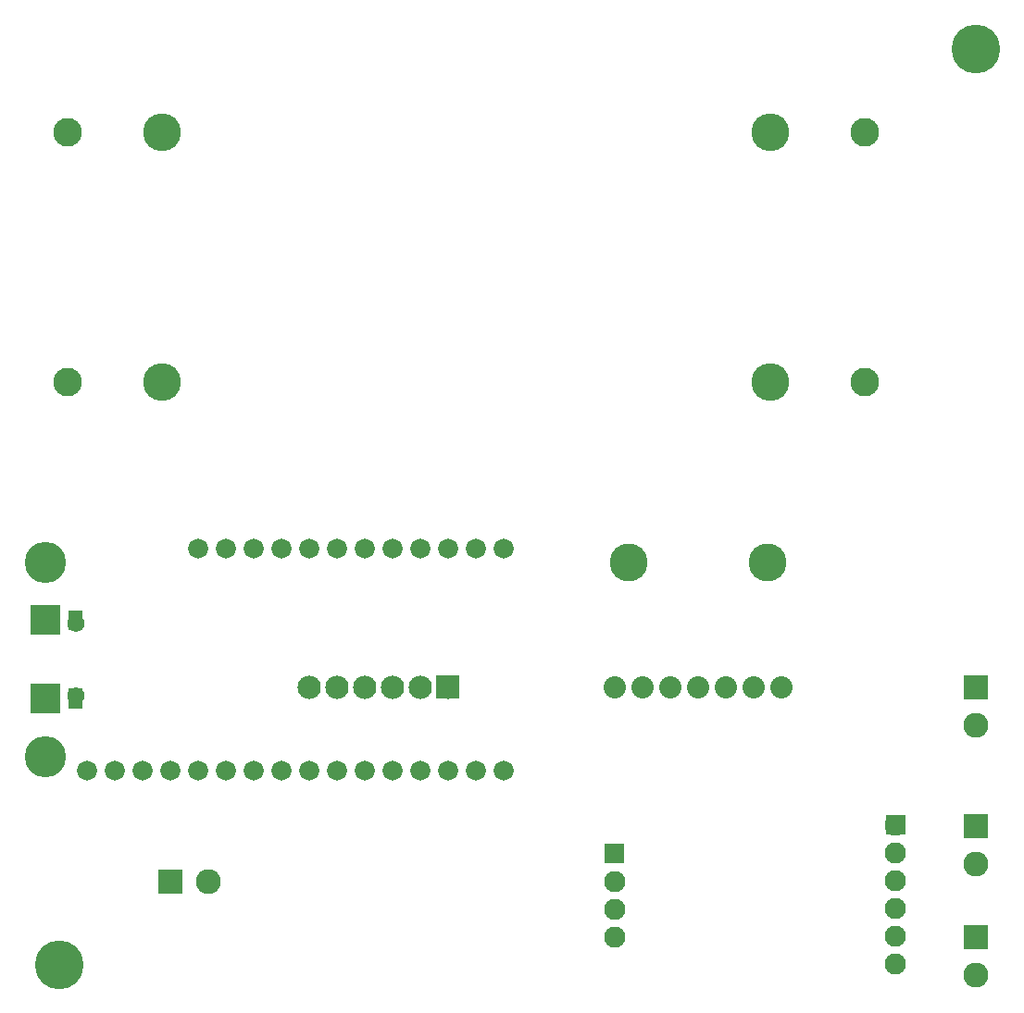
<source format=gbs>
G04 MADE WITH FRITZING*
G04 WWW.FRITZING.ORG*
G04 DOUBLE SIDED*
G04 HOLES PLATED*
G04 CONTOUR ON CENTER OF CONTOUR VECTOR*
%ASAXBY*%
%FSLAX23Y23*%
%MOIN*%
%OFA0B0*%
%SFA1.0B1.0*%
%ADD10C,0.076555*%
%ADD11C,0.059194*%
%ADD12C,0.084000*%
%ADD13C,0.136614*%
%ADD14C,0.080000*%
%ADD15C,0.090000*%
%ADD16C,0.103000*%
%ADD17C,0.136000*%
%ADD18C,0.148425*%
%ADD19C,0.105000*%
%ADD20C,0.061496*%
%ADD21C,0.072000*%
%ADD22C,0.175354*%
%ADD23R,0.090000X0.090000*%
%ADD24R,0.105000X0.105000*%
%ADD25R,0.001000X0.001000*%
%LNMASK0*%
G90*
G70*
G54D10*
X3247Y575D03*
X3247Y475D03*
X3247Y375D03*
X3247Y275D03*
X3247Y175D03*
X3247Y675D03*
X2235Y473D03*
X2235Y373D03*
G54D11*
X2235Y573D03*
G54D10*
X2235Y273D03*
X3247Y575D03*
X3247Y475D03*
X3247Y375D03*
X3247Y275D03*
X3247Y175D03*
X3247Y675D03*
X2235Y473D03*
X2235Y373D03*
G54D11*
X2235Y573D03*
G54D10*
X2235Y273D03*
G54D12*
X1635Y1173D03*
X1535Y1173D03*
X1435Y1173D03*
X1335Y1173D03*
X1235Y1173D03*
X1135Y1173D03*
X1635Y1173D03*
X1535Y1173D03*
X1435Y1173D03*
X1335Y1173D03*
X1235Y1173D03*
X1135Y1173D03*
X1635Y1173D03*
X1535Y1173D03*
X1435Y1173D03*
X1335Y1173D03*
X1235Y1173D03*
X1135Y1173D03*
G54D13*
X2785Y1623D03*
G54D14*
X2235Y1173D03*
X2335Y1173D03*
X2435Y1173D03*
X2535Y1173D03*
X2635Y1173D03*
X2735Y1173D03*
X2835Y1173D03*
G54D13*
X2285Y1623D03*
G54D15*
X3535Y273D03*
X3535Y135D03*
X3535Y273D03*
X3535Y135D03*
X3535Y673D03*
X3535Y535D03*
X3535Y673D03*
X3535Y535D03*
X3535Y1173D03*
X3535Y1035D03*
X3535Y1173D03*
X3535Y1035D03*
X635Y473D03*
X772Y473D03*
X635Y473D03*
X772Y473D03*
G54D16*
X266Y3173D03*
G54D17*
X607Y3173D03*
G54D16*
X3135Y3173D03*
G54D17*
X2797Y3173D03*
G54D16*
X266Y2273D03*
G54D17*
X607Y2273D03*
G54D16*
X3135Y2273D03*
G54D17*
X2797Y2273D03*
G54D18*
X185Y923D03*
G54D19*
X185Y1414D03*
G54D20*
X295Y1403D03*
G54D21*
X1835Y873D03*
X1735Y873D03*
X1635Y873D03*
X1535Y873D03*
X1435Y873D03*
X1335Y873D03*
X1235Y873D03*
X1135Y873D03*
X1035Y873D03*
G54D18*
X185Y1623D03*
G54D21*
X935Y873D03*
X835Y873D03*
X735Y873D03*
X635Y873D03*
X535Y873D03*
X435Y873D03*
X335Y873D03*
X735Y1673D03*
X835Y1673D03*
X935Y1673D03*
X1035Y1673D03*
X1135Y1673D03*
X1235Y1673D03*
X1335Y1673D03*
X1435Y1673D03*
X1535Y1673D03*
X1635Y1673D03*
X1735Y1673D03*
X1835Y1673D03*
G54D20*
X295Y1143D03*
G54D19*
X185Y1131D03*
G54D22*
X3535Y3473D03*
X235Y173D03*
G54D23*
X3535Y273D03*
X3535Y273D03*
X3535Y673D03*
X3535Y673D03*
X3535Y1173D03*
X3535Y1173D03*
X635Y473D03*
X635Y473D03*
G54D24*
X185Y1414D03*
X185Y1131D03*
G54D25*
X269Y1449D02*
X320Y1449D01*
X269Y1448D02*
X320Y1448D01*
X269Y1447D02*
X320Y1447D01*
X269Y1446D02*
X320Y1446D01*
X269Y1445D02*
X320Y1445D01*
X269Y1444D02*
X320Y1444D01*
X269Y1443D02*
X320Y1443D01*
X269Y1442D02*
X320Y1442D01*
X269Y1441D02*
X320Y1441D01*
X269Y1440D02*
X320Y1440D01*
X269Y1439D02*
X320Y1439D01*
X269Y1438D02*
X320Y1438D01*
X269Y1437D02*
X320Y1437D01*
X269Y1436D02*
X320Y1436D01*
X269Y1435D02*
X320Y1435D01*
X269Y1434D02*
X320Y1434D01*
X269Y1433D02*
X320Y1433D01*
X269Y1432D02*
X320Y1432D01*
X269Y1431D02*
X320Y1431D01*
X269Y1430D02*
X320Y1430D01*
X269Y1429D02*
X320Y1429D01*
X269Y1428D02*
X320Y1428D01*
X269Y1427D02*
X320Y1427D01*
X269Y1426D02*
X320Y1426D01*
X269Y1425D02*
X320Y1425D01*
X269Y1424D02*
X320Y1424D01*
X269Y1423D02*
X320Y1423D01*
X269Y1422D02*
X320Y1422D01*
X269Y1421D02*
X320Y1421D01*
X269Y1420D02*
X320Y1420D01*
X269Y1419D02*
X320Y1419D01*
X269Y1418D02*
X289Y1418D01*
X300Y1418D02*
X320Y1418D01*
X269Y1417D02*
X287Y1417D01*
X302Y1417D02*
X320Y1417D01*
X269Y1416D02*
X285Y1416D01*
X304Y1416D02*
X320Y1416D01*
X269Y1415D02*
X284Y1415D01*
X305Y1415D02*
X320Y1415D01*
X269Y1414D02*
X283Y1414D01*
X306Y1414D02*
X320Y1414D01*
X269Y1413D02*
X282Y1413D01*
X307Y1413D02*
X320Y1413D01*
X269Y1412D02*
X281Y1412D01*
X308Y1412D02*
X320Y1412D01*
X269Y1411D02*
X280Y1411D01*
X309Y1411D02*
X320Y1411D01*
X269Y1410D02*
X280Y1410D01*
X309Y1410D02*
X320Y1410D01*
X269Y1409D02*
X279Y1409D01*
X310Y1409D02*
X320Y1409D01*
X269Y1408D02*
X279Y1408D01*
X310Y1408D02*
X320Y1408D01*
X269Y1407D02*
X279Y1407D01*
X310Y1407D02*
X320Y1407D01*
X269Y1406D02*
X279Y1406D01*
X310Y1406D02*
X320Y1406D01*
X269Y1405D02*
X279Y1405D01*
X310Y1405D02*
X320Y1405D01*
X269Y1404D02*
X279Y1404D01*
X310Y1404D02*
X320Y1404D01*
X269Y1403D02*
X279Y1403D01*
X310Y1403D02*
X320Y1403D01*
X269Y1402D02*
X279Y1402D01*
X310Y1402D02*
X320Y1402D01*
X269Y1401D02*
X279Y1401D01*
X310Y1401D02*
X320Y1401D01*
X269Y1400D02*
X279Y1400D01*
X310Y1400D02*
X320Y1400D01*
X269Y1399D02*
X279Y1399D01*
X310Y1399D02*
X320Y1399D01*
X269Y1398D02*
X279Y1398D01*
X310Y1398D02*
X320Y1398D01*
X269Y1397D02*
X279Y1397D01*
X310Y1397D02*
X320Y1397D01*
X269Y1396D02*
X280Y1396D01*
X309Y1396D02*
X320Y1396D01*
X269Y1395D02*
X280Y1395D01*
X309Y1395D02*
X320Y1395D01*
X269Y1394D02*
X281Y1394D01*
X308Y1394D02*
X320Y1394D01*
X269Y1393D02*
X282Y1393D01*
X307Y1393D02*
X320Y1393D01*
X269Y1392D02*
X283Y1392D01*
X306Y1392D02*
X320Y1392D01*
X269Y1391D02*
X284Y1391D01*
X305Y1391D02*
X320Y1391D01*
X269Y1390D02*
X285Y1390D01*
X304Y1390D02*
X320Y1390D01*
X269Y1389D02*
X287Y1389D01*
X302Y1389D02*
X320Y1389D01*
X269Y1388D02*
X289Y1388D01*
X300Y1388D02*
X320Y1388D01*
X269Y1387D02*
X320Y1387D01*
X269Y1386D02*
X320Y1386D01*
X269Y1385D02*
X320Y1385D01*
X269Y1384D02*
X320Y1384D01*
X269Y1383D02*
X320Y1383D01*
X269Y1382D02*
X320Y1382D01*
X269Y1381D02*
X320Y1381D01*
X269Y1380D02*
X320Y1380D01*
X269Y1379D02*
X320Y1379D01*
X269Y1378D02*
X320Y1378D01*
X1593Y1215D02*
X1675Y1215D01*
X1593Y1214D02*
X1676Y1214D01*
X1593Y1213D02*
X1676Y1213D01*
X1593Y1212D02*
X1676Y1212D01*
X1593Y1211D02*
X1676Y1211D01*
X1593Y1210D02*
X1676Y1210D01*
X1593Y1209D02*
X1676Y1209D01*
X1593Y1208D02*
X1676Y1208D01*
X1593Y1207D02*
X1676Y1207D01*
X1593Y1206D02*
X1676Y1206D01*
X1593Y1205D02*
X1676Y1205D01*
X1593Y1204D02*
X1676Y1204D01*
X1593Y1203D02*
X1676Y1203D01*
X1593Y1202D02*
X1676Y1202D01*
X1593Y1201D02*
X1676Y1201D01*
X1593Y1200D02*
X1676Y1200D01*
X1593Y1199D02*
X1676Y1199D01*
X1593Y1198D02*
X1676Y1198D01*
X1593Y1197D02*
X1676Y1197D01*
X1593Y1196D02*
X1676Y1196D01*
X1593Y1195D02*
X1676Y1195D01*
X1593Y1194D02*
X1676Y1194D01*
X1593Y1193D02*
X1676Y1193D01*
X1593Y1192D02*
X1676Y1192D01*
X1593Y1191D02*
X1676Y1191D01*
X1593Y1190D02*
X1676Y1190D01*
X1593Y1189D02*
X1676Y1189D01*
X1593Y1188D02*
X1632Y1188D01*
X1636Y1188D02*
X1676Y1188D01*
X1593Y1187D02*
X1628Y1187D01*
X1640Y1187D02*
X1676Y1187D01*
X1593Y1186D02*
X1626Y1186D01*
X1642Y1186D02*
X1676Y1186D01*
X1593Y1185D02*
X1624Y1185D01*
X1644Y1185D02*
X1676Y1185D01*
X1593Y1184D02*
X1623Y1184D01*
X1645Y1184D02*
X1676Y1184D01*
X1593Y1183D02*
X1622Y1183D01*
X1646Y1183D02*
X1676Y1183D01*
X1593Y1182D02*
X1621Y1182D01*
X1647Y1182D02*
X1676Y1182D01*
X1593Y1181D02*
X1621Y1181D01*
X1647Y1181D02*
X1676Y1181D01*
X1593Y1180D02*
X1620Y1180D01*
X1648Y1180D02*
X1676Y1180D01*
X1593Y1179D02*
X1620Y1179D01*
X1648Y1179D02*
X1676Y1179D01*
X1593Y1178D02*
X1619Y1178D01*
X1649Y1178D02*
X1676Y1178D01*
X1593Y1177D02*
X1619Y1177D01*
X1649Y1177D02*
X1676Y1177D01*
X1593Y1176D02*
X1619Y1176D01*
X1649Y1176D02*
X1676Y1176D01*
X1593Y1175D02*
X1619Y1175D01*
X1649Y1175D02*
X1676Y1175D01*
X1593Y1174D02*
X1619Y1174D01*
X1649Y1174D02*
X1676Y1174D01*
X1593Y1173D02*
X1619Y1173D01*
X1649Y1173D02*
X1676Y1173D01*
X1593Y1172D02*
X1619Y1172D01*
X1649Y1172D02*
X1676Y1172D01*
X1593Y1171D02*
X1619Y1171D01*
X1649Y1171D02*
X1676Y1171D01*
X1593Y1170D02*
X1619Y1170D01*
X1649Y1170D02*
X1676Y1170D01*
X291Y1169D02*
X298Y1169D01*
X1593Y1169D02*
X1619Y1169D01*
X1649Y1169D02*
X1676Y1169D01*
X269Y1168D02*
X320Y1168D01*
X1593Y1168D02*
X1619Y1168D01*
X1649Y1168D02*
X1676Y1168D01*
X269Y1167D02*
X320Y1167D01*
X1593Y1167D02*
X1620Y1167D01*
X1648Y1167D02*
X1676Y1167D01*
X269Y1166D02*
X320Y1166D01*
X1593Y1166D02*
X1620Y1166D01*
X1648Y1166D02*
X1676Y1166D01*
X269Y1165D02*
X320Y1165D01*
X1593Y1165D02*
X1621Y1165D01*
X1647Y1165D02*
X1676Y1165D01*
X269Y1164D02*
X320Y1164D01*
X1593Y1164D02*
X1622Y1164D01*
X1646Y1164D02*
X1676Y1164D01*
X269Y1163D02*
X320Y1163D01*
X1593Y1163D02*
X1622Y1163D01*
X1646Y1163D02*
X1676Y1163D01*
X269Y1162D02*
X320Y1162D01*
X1593Y1162D02*
X1623Y1162D01*
X1645Y1162D02*
X1676Y1162D01*
X269Y1161D02*
X320Y1161D01*
X1593Y1161D02*
X1625Y1161D01*
X1643Y1161D02*
X1676Y1161D01*
X269Y1160D02*
X320Y1160D01*
X1593Y1160D02*
X1626Y1160D01*
X1642Y1160D02*
X1676Y1160D01*
X269Y1159D02*
X320Y1159D01*
X1593Y1159D02*
X1628Y1159D01*
X1640Y1159D02*
X1676Y1159D01*
X269Y1158D02*
X289Y1158D01*
X300Y1158D02*
X320Y1158D01*
X1593Y1158D02*
X1676Y1158D01*
X269Y1157D02*
X286Y1157D01*
X303Y1157D02*
X320Y1157D01*
X1593Y1157D02*
X1676Y1157D01*
X269Y1156D02*
X285Y1156D01*
X304Y1156D02*
X320Y1156D01*
X1593Y1156D02*
X1676Y1156D01*
X269Y1155D02*
X284Y1155D01*
X305Y1155D02*
X320Y1155D01*
X1593Y1155D02*
X1676Y1155D01*
X269Y1154D02*
X283Y1154D01*
X306Y1154D02*
X320Y1154D01*
X1593Y1154D02*
X1676Y1154D01*
X269Y1153D02*
X282Y1153D01*
X307Y1153D02*
X320Y1153D01*
X1593Y1153D02*
X1676Y1153D01*
X269Y1152D02*
X281Y1152D01*
X308Y1152D02*
X320Y1152D01*
X1593Y1152D02*
X1676Y1152D01*
X269Y1151D02*
X280Y1151D01*
X309Y1151D02*
X320Y1151D01*
X1593Y1151D02*
X1676Y1151D01*
X269Y1150D02*
X280Y1150D01*
X309Y1150D02*
X320Y1150D01*
X1593Y1150D02*
X1676Y1150D01*
X269Y1149D02*
X279Y1149D01*
X310Y1149D02*
X320Y1149D01*
X1593Y1149D02*
X1676Y1149D01*
X269Y1148D02*
X279Y1148D01*
X310Y1148D02*
X320Y1148D01*
X1593Y1148D02*
X1676Y1148D01*
X269Y1147D02*
X279Y1147D01*
X310Y1147D02*
X320Y1147D01*
X1593Y1147D02*
X1676Y1147D01*
X269Y1146D02*
X279Y1146D01*
X310Y1146D02*
X320Y1146D01*
X1593Y1146D02*
X1676Y1146D01*
X269Y1145D02*
X279Y1145D01*
X310Y1145D02*
X320Y1145D01*
X1593Y1145D02*
X1676Y1145D01*
X269Y1144D02*
X279Y1144D01*
X310Y1144D02*
X320Y1144D01*
X1593Y1144D02*
X1676Y1144D01*
X269Y1143D02*
X279Y1143D01*
X310Y1143D02*
X320Y1143D01*
X1593Y1143D02*
X1676Y1143D01*
X269Y1142D02*
X279Y1142D01*
X310Y1142D02*
X320Y1142D01*
X1593Y1142D02*
X1676Y1142D01*
X269Y1141D02*
X279Y1141D01*
X310Y1141D02*
X320Y1141D01*
X1593Y1141D02*
X1676Y1141D01*
X269Y1140D02*
X279Y1140D01*
X310Y1140D02*
X320Y1140D01*
X1593Y1140D02*
X1676Y1140D01*
X269Y1139D02*
X279Y1139D01*
X310Y1139D02*
X320Y1139D01*
X1593Y1139D02*
X1676Y1139D01*
X269Y1138D02*
X279Y1138D01*
X310Y1138D02*
X320Y1138D01*
X1593Y1138D02*
X1676Y1138D01*
X269Y1137D02*
X279Y1137D01*
X310Y1137D02*
X320Y1137D01*
X1593Y1137D02*
X1676Y1137D01*
X269Y1136D02*
X280Y1136D01*
X309Y1136D02*
X320Y1136D01*
X1593Y1136D02*
X1676Y1136D01*
X269Y1135D02*
X281Y1135D01*
X308Y1135D02*
X320Y1135D01*
X1593Y1135D02*
X1676Y1135D01*
X269Y1134D02*
X281Y1134D01*
X308Y1134D02*
X320Y1134D01*
X1593Y1134D02*
X1676Y1134D01*
X269Y1133D02*
X282Y1133D01*
X307Y1133D02*
X320Y1133D01*
X1593Y1133D02*
X1676Y1133D01*
X269Y1132D02*
X283Y1132D01*
X306Y1132D02*
X320Y1132D01*
X1593Y1132D02*
X1676Y1132D01*
X269Y1131D02*
X284Y1131D01*
X305Y1131D02*
X320Y1131D01*
X269Y1130D02*
X285Y1130D01*
X304Y1130D02*
X320Y1130D01*
X269Y1129D02*
X287Y1129D01*
X302Y1129D02*
X320Y1129D01*
X269Y1128D02*
X290Y1128D01*
X299Y1128D02*
X320Y1128D01*
X269Y1127D02*
X320Y1127D01*
X269Y1126D02*
X320Y1126D01*
X269Y1125D02*
X320Y1125D01*
X269Y1124D02*
X320Y1124D01*
X269Y1123D02*
X320Y1123D01*
X269Y1122D02*
X320Y1122D01*
X269Y1121D02*
X320Y1121D01*
X269Y1120D02*
X320Y1120D01*
X269Y1119D02*
X320Y1119D01*
X269Y1118D02*
X320Y1118D01*
X269Y1117D02*
X320Y1117D01*
X269Y1116D02*
X320Y1116D01*
X269Y1115D02*
X320Y1115D01*
X269Y1114D02*
X320Y1114D01*
X269Y1113D02*
X320Y1113D01*
X269Y1112D02*
X320Y1112D01*
X269Y1111D02*
X320Y1111D01*
X269Y1110D02*
X320Y1110D01*
X269Y1109D02*
X320Y1109D01*
X269Y1108D02*
X320Y1108D01*
X269Y1107D02*
X320Y1107D01*
X269Y1106D02*
X320Y1106D01*
X269Y1105D02*
X320Y1105D01*
X269Y1104D02*
X320Y1104D01*
X269Y1103D02*
X320Y1103D01*
X269Y1102D02*
X320Y1102D01*
X269Y1101D02*
X320Y1101D01*
X269Y1100D02*
X320Y1100D01*
X269Y1099D02*
X320Y1099D01*
X269Y1098D02*
X320Y1098D01*
X269Y1097D02*
X320Y1097D01*
X3212Y710D02*
X3281Y710D01*
X3212Y709D02*
X3281Y709D01*
X3212Y708D02*
X3281Y708D01*
X3212Y707D02*
X3281Y707D01*
X3212Y706D02*
X3281Y706D01*
X3212Y705D02*
X3281Y705D01*
X3212Y704D02*
X3281Y704D01*
X3212Y703D02*
X3281Y703D01*
X3212Y702D02*
X3281Y702D01*
X3212Y701D02*
X3281Y701D01*
X3212Y700D02*
X3281Y700D01*
X3212Y699D02*
X3281Y699D01*
X3212Y698D02*
X3281Y698D01*
X3212Y697D02*
X3281Y697D01*
X3212Y696D02*
X3281Y696D01*
X3212Y695D02*
X3281Y695D01*
X3212Y694D02*
X3281Y694D01*
X3212Y693D02*
X3281Y693D01*
X3212Y692D02*
X3281Y692D01*
X3212Y691D02*
X3281Y691D01*
X3212Y690D02*
X3281Y690D01*
X3212Y689D02*
X3243Y689D01*
X3250Y689D02*
X3281Y689D01*
X3212Y688D02*
X3240Y688D01*
X3253Y688D02*
X3281Y688D01*
X3212Y687D02*
X3238Y687D01*
X3255Y687D02*
X3281Y687D01*
X3212Y686D02*
X3237Y686D01*
X3256Y686D02*
X3281Y686D01*
X3212Y685D02*
X3236Y685D01*
X3257Y685D02*
X3281Y685D01*
X3212Y684D02*
X3235Y684D01*
X3258Y684D02*
X3281Y684D01*
X3212Y683D02*
X3234Y683D01*
X3258Y683D02*
X3281Y683D01*
X3212Y682D02*
X3234Y682D01*
X3259Y682D02*
X3281Y682D01*
X3212Y681D02*
X3233Y681D01*
X3260Y681D02*
X3281Y681D01*
X3212Y680D02*
X3233Y680D01*
X3260Y680D02*
X3281Y680D01*
X3212Y679D02*
X3233Y679D01*
X3260Y679D02*
X3281Y679D01*
X3212Y678D02*
X3233Y678D01*
X3260Y678D02*
X3281Y678D01*
X3212Y677D02*
X3233Y677D01*
X3260Y677D02*
X3281Y677D01*
X3212Y676D02*
X3232Y676D01*
X3260Y676D02*
X3281Y676D01*
X3212Y675D02*
X3232Y675D01*
X3260Y675D02*
X3281Y675D01*
X3212Y674D02*
X3233Y674D01*
X3260Y674D02*
X3281Y674D01*
X3212Y673D02*
X3233Y673D01*
X3260Y673D02*
X3281Y673D01*
X3212Y672D02*
X3233Y672D01*
X3260Y672D02*
X3281Y672D01*
X3212Y671D02*
X3233Y671D01*
X3260Y671D02*
X3281Y671D01*
X3212Y670D02*
X3234Y670D01*
X3259Y670D02*
X3281Y670D01*
X3212Y669D02*
X3234Y669D01*
X3259Y669D02*
X3281Y669D01*
X3212Y668D02*
X3235Y668D01*
X3258Y668D02*
X3281Y668D01*
X3212Y667D02*
X3236Y667D01*
X3257Y667D02*
X3281Y667D01*
X3212Y666D02*
X3237Y666D01*
X3256Y666D02*
X3281Y666D01*
X3212Y665D02*
X3238Y665D01*
X3255Y665D02*
X3281Y665D01*
X3212Y664D02*
X3239Y664D01*
X3253Y664D02*
X3281Y664D01*
X3212Y663D02*
X3242Y663D01*
X3251Y663D02*
X3281Y663D01*
X3212Y662D02*
X3281Y662D01*
X3212Y661D02*
X3281Y661D01*
X3212Y660D02*
X3281Y660D01*
X3212Y659D02*
X3281Y659D01*
X3212Y658D02*
X3281Y658D01*
X3212Y657D02*
X3281Y657D01*
X3212Y656D02*
X3281Y656D01*
X3212Y655D02*
X3281Y655D01*
X3212Y654D02*
X3281Y654D01*
X3212Y653D02*
X3281Y653D01*
X3212Y652D02*
X3281Y652D01*
X3212Y651D02*
X3281Y651D01*
X3212Y650D02*
X3281Y650D01*
X3212Y649D02*
X3281Y649D01*
X3212Y648D02*
X3281Y648D01*
X3212Y647D02*
X3281Y647D01*
X3212Y646D02*
X3281Y646D01*
X3212Y645D02*
X3281Y645D01*
X3212Y644D02*
X3281Y644D01*
X3212Y643D02*
X3281Y643D01*
X3212Y642D02*
X3281Y642D01*
X2200Y607D02*
X2268Y607D01*
X2200Y606D02*
X2268Y606D01*
X2200Y605D02*
X2268Y605D01*
X2200Y604D02*
X2268Y604D01*
X2200Y603D02*
X2268Y603D01*
X2200Y602D02*
X2268Y602D01*
X2200Y601D02*
X2268Y601D01*
X2200Y600D02*
X2268Y600D01*
X2200Y599D02*
X2268Y599D01*
X2200Y598D02*
X2268Y598D01*
X2200Y597D02*
X2268Y597D01*
X2200Y596D02*
X2268Y596D01*
X2200Y595D02*
X2268Y595D01*
X2200Y594D02*
X2268Y594D01*
X2200Y593D02*
X2268Y593D01*
X2200Y592D02*
X2268Y592D01*
X2200Y591D02*
X2268Y591D01*
X2200Y590D02*
X2268Y590D01*
X2200Y589D02*
X2268Y589D01*
X2200Y588D02*
X2268Y588D01*
X2200Y587D02*
X2268Y587D01*
X2200Y586D02*
X2229Y586D01*
X2239Y586D02*
X2268Y586D01*
X2200Y585D02*
X2227Y585D01*
X2241Y585D02*
X2268Y585D01*
X2200Y584D02*
X2225Y584D01*
X2242Y584D02*
X2268Y584D01*
X2200Y583D02*
X2224Y583D01*
X2244Y583D02*
X2268Y583D01*
X2200Y582D02*
X2223Y582D01*
X2245Y582D02*
X2268Y582D01*
X2200Y581D02*
X2222Y581D01*
X2245Y581D02*
X2268Y581D01*
X2200Y580D02*
X2222Y580D01*
X2246Y580D02*
X2268Y580D01*
X2200Y579D02*
X2221Y579D01*
X2247Y579D02*
X2268Y579D01*
X2200Y578D02*
X2221Y578D01*
X2247Y578D02*
X2268Y578D01*
X2200Y577D02*
X2221Y577D01*
X2247Y577D02*
X2268Y577D01*
X2200Y576D02*
X2220Y576D01*
X2248Y576D02*
X2268Y576D01*
X2200Y575D02*
X2220Y575D01*
X2248Y575D02*
X2268Y575D01*
X2200Y574D02*
X2220Y574D01*
X2248Y574D02*
X2268Y574D01*
X2200Y573D02*
X2220Y573D01*
X2248Y573D02*
X2268Y573D01*
X2200Y572D02*
X2220Y572D01*
X2248Y572D02*
X2268Y572D01*
X2200Y571D02*
X2220Y571D01*
X2248Y571D02*
X2268Y571D01*
X2200Y570D02*
X2220Y570D01*
X2248Y570D02*
X2268Y570D01*
X2200Y569D02*
X2221Y569D01*
X2247Y569D02*
X2268Y569D01*
X2200Y568D02*
X2221Y568D01*
X2247Y568D02*
X2268Y568D01*
X2200Y567D02*
X2221Y567D01*
X2247Y567D02*
X2268Y567D01*
X2200Y566D02*
X2222Y566D01*
X2246Y566D02*
X2268Y566D01*
X2200Y565D02*
X2223Y565D01*
X2245Y565D02*
X2268Y565D01*
X2200Y564D02*
X2224Y564D01*
X2244Y564D02*
X2268Y564D01*
X2200Y563D02*
X2225Y563D01*
X2243Y563D02*
X2268Y563D01*
X2200Y562D02*
X2226Y562D01*
X2242Y562D02*
X2268Y562D01*
X2200Y561D02*
X2227Y561D01*
X2241Y561D02*
X2268Y561D01*
X2200Y560D02*
X2230Y560D01*
X2238Y560D02*
X2268Y560D01*
X2200Y559D02*
X2268Y559D01*
X2200Y558D02*
X2268Y558D01*
X2200Y557D02*
X2268Y557D01*
X2200Y556D02*
X2268Y556D01*
X2200Y555D02*
X2268Y555D01*
X2200Y554D02*
X2268Y554D01*
X2200Y553D02*
X2268Y553D01*
X2200Y552D02*
X2268Y552D01*
X2200Y551D02*
X2268Y551D01*
X2200Y550D02*
X2268Y550D01*
X2200Y549D02*
X2268Y549D01*
X2200Y548D02*
X2268Y548D01*
X2200Y547D02*
X2268Y547D01*
X2200Y546D02*
X2268Y546D01*
X2200Y545D02*
X2268Y545D01*
X2200Y544D02*
X2268Y544D01*
X2200Y543D02*
X2268Y543D01*
X2200Y542D02*
X2268Y542D01*
X2200Y541D02*
X2268Y541D01*
X2200Y540D02*
X2268Y540D01*
X2200Y539D02*
X2268Y539D01*
D02*
G04 End of Mask0*
M02*
</source>
